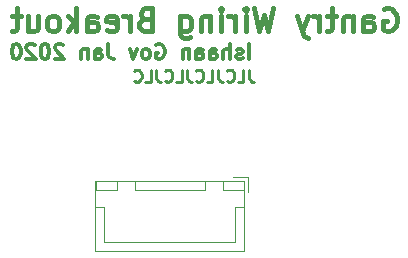
<source format=gbr>
G04 #@! TF.GenerationSoftware,KiCad,Pcbnew,(5.1.4)-1*
G04 #@! TF.CreationDate,2020-03-27T03:49:37-04:00*
G04 #@! TF.ProjectId,gantry_x_motor_breakout,67616e74-7279-45f7-985f-6d6f746f725f,rev?*
G04 #@! TF.SameCoordinates,Original*
G04 #@! TF.FileFunction,Legend,Bot*
G04 #@! TF.FilePolarity,Positive*
%FSLAX46Y46*%
G04 Gerber Fmt 4.6, Leading zero omitted, Abs format (unit mm)*
G04 Created by KiCad (PCBNEW (5.1.4)-1) date 2020-03-27 03:49:37*
%MOMM*%
%LPD*%
G04 APERTURE LIST*
%ADD10C,0.254000*%
%ADD11C,0.317500*%
%ADD12C,0.381000*%
%ADD13C,0.120000*%
%ADD14O,1.829200X1.829200*%
%ADD15R,1.829200X1.829200*%
%ADD16O,1.802000X2.052000*%
%ADD17C,0.100000*%
%ADD18C,1.802000*%
%ADD19C,6.502000*%
G04 APERTURE END LIST*
D10*
X156692952Y-112143619D02*
X156692952Y-112869333D01*
X156741333Y-113014476D01*
X156838095Y-113111238D01*
X156983238Y-113159619D01*
X157080000Y-113159619D01*
X155725333Y-113159619D02*
X156209142Y-113159619D01*
X156209142Y-112143619D01*
X154806095Y-113062857D02*
X154854476Y-113111238D01*
X154999619Y-113159619D01*
X155096380Y-113159619D01*
X155241523Y-113111238D01*
X155338285Y-113014476D01*
X155386666Y-112917714D01*
X155435047Y-112724190D01*
X155435047Y-112579047D01*
X155386666Y-112385523D01*
X155338285Y-112288761D01*
X155241523Y-112192000D01*
X155096380Y-112143619D01*
X154999619Y-112143619D01*
X154854476Y-112192000D01*
X154806095Y-112240380D01*
X154080380Y-112143619D02*
X154080380Y-112869333D01*
X154128761Y-113014476D01*
X154225523Y-113111238D01*
X154370666Y-113159619D01*
X154467428Y-113159619D01*
X153112761Y-113159619D02*
X153596571Y-113159619D01*
X153596571Y-112143619D01*
X152193523Y-113062857D02*
X152241904Y-113111238D01*
X152387047Y-113159619D01*
X152483809Y-113159619D01*
X152628952Y-113111238D01*
X152725714Y-113014476D01*
X152774095Y-112917714D01*
X152822476Y-112724190D01*
X152822476Y-112579047D01*
X152774095Y-112385523D01*
X152725714Y-112288761D01*
X152628952Y-112192000D01*
X152483809Y-112143619D01*
X152387047Y-112143619D01*
X152241904Y-112192000D01*
X152193523Y-112240380D01*
X151467809Y-112143619D02*
X151467809Y-112869333D01*
X151516190Y-113014476D01*
X151612952Y-113111238D01*
X151758095Y-113159619D01*
X151854857Y-113159619D01*
X150500190Y-113159619D02*
X150984000Y-113159619D01*
X150984000Y-112143619D01*
X149580952Y-113062857D02*
X149629333Y-113111238D01*
X149774476Y-113159619D01*
X149871238Y-113159619D01*
X150016380Y-113111238D01*
X150113142Y-113014476D01*
X150161523Y-112917714D01*
X150209904Y-112724190D01*
X150209904Y-112579047D01*
X150161523Y-112385523D01*
X150113142Y-112288761D01*
X150016380Y-112192000D01*
X149871238Y-112143619D01*
X149774476Y-112143619D01*
X149629333Y-112192000D01*
X149580952Y-112240380D01*
X148855238Y-112143619D02*
X148855238Y-112869333D01*
X148903619Y-113014476D01*
X149000380Y-113111238D01*
X149145523Y-113159619D01*
X149242285Y-113159619D01*
X147887619Y-113159619D02*
X148371428Y-113159619D01*
X148371428Y-112143619D01*
X146968380Y-113062857D02*
X147016761Y-113111238D01*
X147161904Y-113159619D01*
X147258666Y-113159619D01*
X147403809Y-113111238D01*
X147500571Y-113014476D01*
X147548952Y-112917714D01*
X147597333Y-112724190D01*
X147597333Y-112579047D01*
X147548952Y-112385523D01*
X147500571Y-112288761D01*
X147403809Y-112192000D01*
X147258666Y-112143619D01*
X147161904Y-112143619D01*
X147016761Y-112192000D01*
X146968380Y-112240380D01*
D11*
X156706809Y-111242523D02*
X156706809Y-109972523D01*
X156162523Y-111182047D02*
X156041571Y-111242523D01*
X155799666Y-111242523D01*
X155678714Y-111182047D01*
X155618238Y-111061095D01*
X155618238Y-111000619D01*
X155678714Y-110879666D01*
X155799666Y-110819190D01*
X155981095Y-110819190D01*
X156102047Y-110758714D01*
X156162523Y-110637761D01*
X156162523Y-110577285D01*
X156102047Y-110456333D01*
X155981095Y-110395857D01*
X155799666Y-110395857D01*
X155678714Y-110456333D01*
X155073952Y-111242523D02*
X155073952Y-109972523D01*
X154529666Y-111242523D02*
X154529666Y-110577285D01*
X154590142Y-110456333D01*
X154711095Y-110395857D01*
X154892523Y-110395857D01*
X155013476Y-110456333D01*
X155073952Y-110516809D01*
X153380619Y-111242523D02*
X153380619Y-110577285D01*
X153441095Y-110456333D01*
X153562047Y-110395857D01*
X153803952Y-110395857D01*
X153924904Y-110456333D01*
X153380619Y-111182047D02*
X153501571Y-111242523D01*
X153803952Y-111242523D01*
X153924904Y-111182047D01*
X153985380Y-111061095D01*
X153985380Y-110940142D01*
X153924904Y-110819190D01*
X153803952Y-110758714D01*
X153501571Y-110758714D01*
X153380619Y-110698238D01*
X152231571Y-111242523D02*
X152231571Y-110577285D01*
X152292047Y-110456333D01*
X152413000Y-110395857D01*
X152654904Y-110395857D01*
X152775857Y-110456333D01*
X152231571Y-111182047D02*
X152352523Y-111242523D01*
X152654904Y-111242523D01*
X152775857Y-111182047D01*
X152836333Y-111061095D01*
X152836333Y-110940142D01*
X152775857Y-110819190D01*
X152654904Y-110758714D01*
X152352523Y-110758714D01*
X152231571Y-110698238D01*
X151626809Y-110395857D02*
X151626809Y-111242523D01*
X151626809Y-110516809D02*
X151566333Y-110456333D01*
X151445380Y-110395857D01*
X151263952Y-110395857D01*
X151143000Y-110456333D01*
X151082523Y-110577285D01*
X151082523Y-111242523D01*
X148844904Y-110033000D02*
X148965857Y-109972523D01*
X149147285Y-109972523D01*
X149328714Y-110033000D01*
X149449666Y-110153952D01*
X149510142Y-110274904D01*
X149570619Y-110516809D01*
X149570619Y-110698238D01*
X149510142Y-110940142D01*
X149449666Y-111061095D01*
X149328714Y-111182047D01*
X149147285Y-111242523D01*
X149026333Y-111242523D01*
X148844904Y-111182047D01*
X148784428Y-111121571D01*
X148784428Y-110698238D01*
X149026333Y-110698238D01*
X148058714Y-111242523D02*
X148179666Y-111182047D01*
X148240142Y-111121571D01*
X148300619Y-111000619D01*
X148300619Y-110637761D01*
X148240142Y-110516809D01*
X148179666Y-110456333D01*
X148058714Y-110395857D01*
X147877285Y-110395857D01*
X147756333Y-110456333D01*
X147695857Y-110516809D01*
X147635380Y-110637761D01*
X147635380Y-111000619D01*
X147695857Y-111121571D01*
X147756333Y-111182047D01*
X147877285Y-111242523D01*
X148058714Y-111242523D01*
X147212047Y-110395857D02*
X146909666Y-111242523D01*
X146607285Y-110395857D01*
X144793000Y-109972523D02*
X144793000Y-110879666D01*
X144853476Y-111061095D01*
X144974428Y-111182047D01*
X145155857Y-111242523D01*
X145276809Y-111242523D01*
X143643952Y-111242523D02*
X143643952Y-110577285D01*
X143704428Y-110456333D01*
X143825380Y-110395857D01*
X144067285Y-110395857D01*
X144188238Y-110456333D01*
X143643952Y-111182047D02*
X143764904Y-111242523D01*
X144067285Y-111242523D01*
X144188238Y-111182047D01*
X144248714Y-111061095D01*
X144248714Y-110940142D01*
X144188238Y-110819190D01*
X144067285Y-110758714D01*
X143764904Y-110758714D01*
X143643952Y-110698238D01*
X143039190Y-110395857D02*
X143039190Y-111242523D01*
X143039190Y-110516809D02*
X142978714Y-110456333D01*
X142857761Y-110395857D01*
X142676333Y-110395857D01*
X142555380Y-110456333D01*
X142494904Y-110577285D01*
X142494904Y-111242523D01*
X140983000Y-110093476D02*
X140922523Y-110033000D01*
X140801571Y-109972523D01*
X140499190Y-109972523D01*
X140378238Y-110033000D01*
X140317761Y-110093476D01*
X140257285Y-110214428D01*
X140257285Y-110335380D01*
X140317761Y-110516809D01*
X141043476Y-111242523D01*
X140257285Y-111242523D01*
X139471095Y-109972523D02*
X139350142Y-109972523D01*
X139229190Y-110033000D01*
X139168714Y-110093476D01*
X139108238Y-110214428D01*
X139047761Y-110456333D01*
X139047761Y-110758714D01*
X139108238Y-111000619D01*
X139168714Y-111121571D01*
X139229190Y-111182047D01*
X139350142Y-111242523D01*
X139471095Y-111242523D01*
X139592047Y-111182047D01*
X139652523Y-111121571D01*
X139713000Y-111000619D01*
X139773476Y-110758714D01*
X139773476Y-110456333D01*
X139713000Y-110214428D01*
X139652523Y-110093476D01*
X139592047Y-110033000D01*
X139471095Y-109972523D01*
X138563952Y-110093476D02*
X138503476Y-110033000D01*
X138382523Y-109972523D01*
X138080142Y-109972523D01*
X137959190Y-110033000D01*
X137898714Y-110093476D01*
X137838238Y-110214428D01*
X137838238Y-110335380D01*
X137898714Y-110516809D01*
X138624428Y-111242523D01*
X137838238Y-111242523D01*
X137052047Y-109972523D02*
X136931095Y-109972523D01*
X136810142Y-110033000D01*
X136749666Y-110093476D01*
X136689190Y-110214428D01*
X136628714Y-110456333D01*
X136628714Y-110758714D01*
X136689190Y-111000619D01*
X136749666Y-111121571D01*
X136810142Y-111182047D01*
X136931095Y-111242523D01*
X137052047Y-111242523D01*
X137173000Y-111182047D01*
X137233476Y-111121571D01*
X137293952Y-111000619D01*
X137354428Y-110758714D01*
X137354428Y-110456333D01*
X137293952Y-110214428D01*
X137233476Y-110093476D01*
X137173000Y-110033000D01*
X137052047Y-109972523D01*
D12*
X168103928Y-107047500D02*
X168285357Y-106956785D01*
X168557500Y-106956785D01*
X168829642Y-107047500D01*
X169011071Y-107228928D01*
X169101785Y-107410357D01*
X169192500Y-107773214D01*
X169192500Y-108045357D01*
X169101785Y-108408214D01*
X169011071Y-108589642D01*
X168829642Y-108771071D01*
X168557500Y-108861785D01*
X168376071Y-108861785D01*
X168103928Y-108771071D01*
X168013214Y-108680357D01*
X168013214Y-108045357D01*
X168376071Y-108045357D01*
X166380357Y-108861785D02*
X166380357Y-107863928D01*
X166471071Y-107682500D01*
X166652500Y-107591785D01*
X167015357Y-107591785D01*
X167196785Y-107682500D01*
X166380357Y-108771071D02*
X166561785Y-108861785D01*
X167015357Y-108861785D01*
X167196785Y-108771071D01*
X167287500Y-108589642D01*
X167287500Y-108408214D01*
X167196785Y-108226785D01*
X167015357Y-108136071D01*
X166561785Y-108136071D01*
X166380357Y-108045357D01*
X165473214Y-107591785D02*
X165473214Y-108861785D01*
X165473214Y-107773214D02*
X165382500Y-107682500D01*
X165201071Y-107591785D01*
X164928928Y-107591785D01*
X164747500Y-107682500D01*
X164656785Y-107863928D01*
X164656785Y-108861785D01*
X164021785Y-107591785D02*
X163296071Y-107591785D01*
X163749642Y-106956785D02*
X163749642Y-108589642D01*
X163658928Y-108771071D01*
X163477500Y-108861785D01*
X163296071Y-108861785D01*
X162661071Y-108861785D02*
X162661071Y-107591785D01*
X162661071Y-107954642D02*
X162570357Y-107773214D01*
X162479642Y-107682500D01*
X162298214Y-107591785D01*
X162116785Y-107591785D01*
X161663214Y-107591785D02*
X161209642Y-108861785D01*
X160756071Y-107591785D02*
X161209642Y-108861785D01*
X161391071Y-109315357D01*
X161481785Y-109406071D01*
X161663214Y-109496785D01*
X158760357Y-106956785D02*
X158306785Y-108861785D01*
X157943928Y-107501071D01*
X157581071Y-108861785D01*
X157127500Y-106956785D01*
X156401785Y-108861785D02*
X156401785Y-107591785D01*
X156401785Y-106956785D02*
X156492500Y-107047500D01*
X156401785Y-107138214D01*
X156311071Y-107047500D01*
X156401785Y-106956785D01*
X156401785Y-107138214D01*
X155494642Y-108861785D02*
X155494642Y-107591785D01*
X155494642Y-107954642D02*
X155403928Y-107773214D01*
X155313214Y-107682500D01*
X155131785Y-107591785D01*
X154950357Y-107591785D01*
X154315357Y-108861785D02*
X154315357Y-107591785D01*
X154315357Y-106956785D02*
X154406071Y-107047500D01*
X154315357Y-107138214D01*
X154224642Y-107047500D01*
X154315357Y-106956785D01*
X154315357Y-107138214D01*
X153408214Y-107591785D02*
X153408214Y-108861785D01*
X153408214Y-107773214D02*
X153317500Y-107682500D01*
X153136071Y-107591785D01*
X152863928Y-107591785D01*
X152682500Y-107682500D01*
X152591785Y-107863928D01*
X152591785Y-108861785D01*
X150868214Y-107591785D02*
X150868214Y-109133928D01*
X150958928Y-109315357D01*
X151049642Y-109406071D01*
X151231071Y-109496785D01*
X151503214Y-109496785D01*
X151684642Y-109406071D01*
X150868214Y-108771071D02*
X151049642Y-108861785D01*
X151412500Y-108861785D01*
X151593928Y-108771071D01*
X151684642Y-108680357D01*
X151775357Y-108498928D01*
X151775357Y-107954642D01*
X151684642Y-107773214D01*
X151593928Y-107682500D01*
X151412500Y-107591785D01*
X151049642Y-107591785D01*
X150868214Y-107682500D01*
X147874642Y-107863928D02*
X147602500Y-107954642D01*
X147511785Y-108045357D01*
X147421071Y-108226785D01*
X147421071Y-108498928D01*
X147511785Y-108680357D01*
X147602500Y-108771071D01*
X147783928Y-108861785D01*
X148509642Y-108861785D01*
X148509642Y-106956785D01*
X147874642Y-106956785D01*
X147693214Y-107047500D01*
X147602500Y-107138214D01*
X147511785Y-107319642D01*
X147511785Y-107501071D01*
X147602500Y-107682500D01*
X147693214Y-107773214D01*
X147874642Y-107863928D01*
X148509642Y-107863928D01*
X146604642Y-108861785D02*
X146604642Y-107591785D01*
X146604642Y-107954642D02*
X146513928Y-107773214D01*
X146423214Y-107682500D01*
X146241785Y-107591785D01*
X146060357Y-107591785D01*
X144699642Y-108771071D02*
X144881071Y-108861785D01*
X145243928Y-108861785D01*
X145425357Y-108771071D01*
X145516071Y-108589642D01*
X145516071Y-107863928D01*
X145425357Y-107682500D01*
X145243928Y-107591785D01*
X144881071Y-107591785D01*
X144699642Y-107682500D01*
X144608928Y-107863928D01*
X144608928Y-108045357D01*
X145516071Y-108226785D01*
X142976071Y-108861785D02*
X142976071Y-107863928D01*
X143066785Y-107682500D01*
X143248214Y-107591785D01*
X143611071Y-107591785D01*
X143792500Y-107682500D01*
X142976071Y-108771071D02*
X143157500Y-108861785D01*
X143611071Y-108861785D01*
X143792500Y-108771071D01*
X143883214Y-108589642D01*
X143883214Y-108408214D01*
X143792500Y-108226785D01*
X143611071Y-108136071D01*
X143157500Y-108136071D01*
X142976071Y-108045357D01*
X142068928Y-108861785D02*
X142068928Y-106956785D01*
X141887500Y-108136071D02*
X141343214Y-108861785D01*
X141343214Y-107591785D02*
X142068928Y-108317500D01*
X140254642Y-108861785D02*
X140436071Y-108771071D01*
X140526785Y-108680357D01*
X140617500Y-108498928D01*
X140617500Y-107954642D01*
X140526785Y-107773214D01*
X140436071Y-107682500D01*
X140254642Y-107591785D01*
X139982500Y-107591785D01*
X139801071Y-107682500D01*
X139710357Y-107773214D01*
X139619642Y-107954642D01*
X139619642Y-108498928D01*
X139710357Y-108680357D01*
X139801071Y-108771071D01*
X139982500Y-108861785D01*
X140254642Y-108861785D01*
X137986785Y-107591785D02*
X137986785Y-108861785D01*
X138803214Y-107591785D02*
X138803214Y-108589642D01*
X138712500Y-108771071D01*
X138531071Y-108861785D01*
X138258928Y-108861785D01*
X138077500Y-108771071D01*
X137986785Y-108680357D01*
X137351785Y-107591785D02*
X136626071Y-107591785D01*
X137079642Y-106956785D02*
X137079642Y-108589642D01*
X136988928Y-108771071D01*
X136807500Y-108861785D01*
X136626071Y-108861785D01*
D13*
X156600000Y-121250000D02*
X156600000Y-122500000D01*
X155350000Y-121250000D02*
X156600000Y-121250000D01*
X144450000Y-126750000D02*
X150000000Y-126750000D01*
X144450000Y-123800000D02*
X144450000Y-126750000D01*
X143700000Y-123800000D02*
X144450000Y-123800000D01*
X155550000Y-126750000D02*
X150000000Y-126750000D01*
X155550000Y-123800000D02*
X155550000Y-126750000D01*
X156300000Y-123800000D02*
X155550000Y-123800000D01*
X143700000Y-121550000D02*
X145500000Y-121550000D01*
X143700000Y-122300000D02*
X143700000Y-121550000D01*
X145500000Y-122300000D02*
X143700000Y-122300000D01*
X145500000Y-121550000D02*
X145500000Y-122300000D01*
X154500000Y-121550000D02*
X156300000Y-121550000D01*
X154500000Y-122300000D02*
X154500000Y-121550000D01*
X156300000Y-122300000D02*
X154500000Y-122300000D01*
X156300000Y-121550000D02*
X156300000Y-122300000D01*
X147000000Y-121550000D02*
X153000000Y-121550000D01*
X147000000Y-122300000D02*
X147000000Y-121550000D01*
X153000000Y-122300000D02*
X147000000Y-122300000D01*
X153000000Y-121550000D02*
X153000000Y-122300000D01*
X143690000Y-121540000D02*
X156310000Y-121540000D01*
X143690000Y-127510000D02*
X143690000Y-121540000D01*
X156310000Y-127510000D02*
X143690000Y-127510000D01*
X156310000Y-121540000D02*
X156310000Y-127510000D01*
%LPC*%
D14*
X113780000Y-109960000D03*
X113780000Y-112500000D03*
X111240000Y-109960000D03*
X111240000Y-112500000D03*
X108700000Y-109960000D03*
X108700000Y-112500000D03*
X106160000Y-109960000D03*
X106160000Y-112500000D03*
X103620000Y-109960000D03*
X103620000Y-112500000D03*
X101080000Y-109960000D03*
X101080000Y-112500000D03*
X98540000Y-109960000D03*
X98540000Y-112500000D03*
X96000000Y-109960000D03*
X96000000Y-112500000D03*
X93460000Y-109960000D03*
X93460000Y-112500000D03*
X90920000Y-109960000D03*
D15*
X90920000Y-112500000D03*
D14*
X147415000Y-67240000D03*
X144875000Y-67240000D03*
X147415000Y-64700000D03*
X144875000Y-64700000D03*
X147415000Y-62160000D03*
X144875000Y-62160000D03*
X147415000Y-59620000D03*
X144875000Y-59620000D03*
X147415000Y-57080000D03*
X144875000Y-57080000D03*
X147415000Y-54540000D03*
X144875000Y-54540000D03*
X147415000Y-52000000D03*
X144875000Y-52000000D03*
X147415000Y-49460000D03*
D15*
X144875000Y-49460000D03*
D16*
X146250000Y-124000000D03*
X148750000Y-124000000D03*
X151250000Y-124000000D03*
D17*
G36*
X154411975Y-122975276D02*
G01*
X154437699Y-122979092D01*
X154462925Y-122985411D01*
X154487411Y-122994172D01*
X154510920Y-123005291D01*
X154533226Y-123018661D01*
X154554114Y-123034152D01*
X154573383Y-123051617D01*
X154590848Y-123070886D01*
X154606339Y-123091774D01*
X154619709Y-123114080D01*
X154630828Y-123137589D01*
X154639589Y-123162075D01*
X154645908Y-123187301D01*
X154649724Y-123213025D01*
X154651000Y-123239000D01*
X154651000Y-124761000D01*
X154649724Y-124786975D01*
X154645908Y-124812699D01*
X154639589Y-124837925D01*
X154630828Y-124862411D01*
X154619709Y-124885920D01*
X154606339Y-124908226D01*
X154590848Y-124929114D01*
X154573383Y-124948383D01*
X154554114Y-124965848D01*
X154533226Y-124981339D01*
X154510920Y-124994709D01*
X154487411Y-125005828D01*
X154462925Y-125014589D01*
X154437699Y-125020908D01*
X154411975Y-125024724D01*
X154386000Y-125026000D01*
X153114000Y-125026000D01*
X153088025Y-125024724D01*
X153062301Y-125020908D01*
X153037075Y-125014589D01*
X153012589Y-125005828D01*
X152989080Y-124994709D01*
X152966774Y-124981339D01*
X152945886Y-124965848D01*
X152926617Y-124948383D01*
X152909152Y-124929114D01*
X152893661Y-124908226D01*
X152880291Y-124885920D01*
X152869172Y-124862411D01*
X152860411Y-124837925D01*
X152854092Y-124812699D01*
X152850276Y-124786975D01*
X152849000Y-124761000D01*
X152849000Y-123239000D01*
X152850276Y-123213025D01*
X152854092Y-123187301D01*
X152860411Y-123162075D01*
X152869172Y-123137589D01*
X152880291Y-123114080D01*
X152893661Y-123091774D01*
X152909152Y-123070886D01*
X152926617Y-123051617D01*
X152945886Y-123034152D01*
X152966774Y-123018661D01*
X152989080Y-123005291D01*
X153012589Y-122994172D01*
X153037075Y-122985411D01*
X153062301Y-122979092D01*
X153088025Y-122975276D01*
X153114000Y-122974000D01*
X154386000Y-122974000D01*
X154411975Y-122975276D01*
X154411975Y-122975276D01*
G37*
D18*
X153750000Y-124000000D03*
D19*
X134500000Y-84500000D03*
X113850000Y-94150000D03*
X90850000Y-94150000D03*
X165500000Y-115500000D03*
X165500000Y-84500000D03*
X134500000Y-115500000D03*
X160650000Y-67350000D03*
X160650000Y-49350000D03*
M02*

</source>
